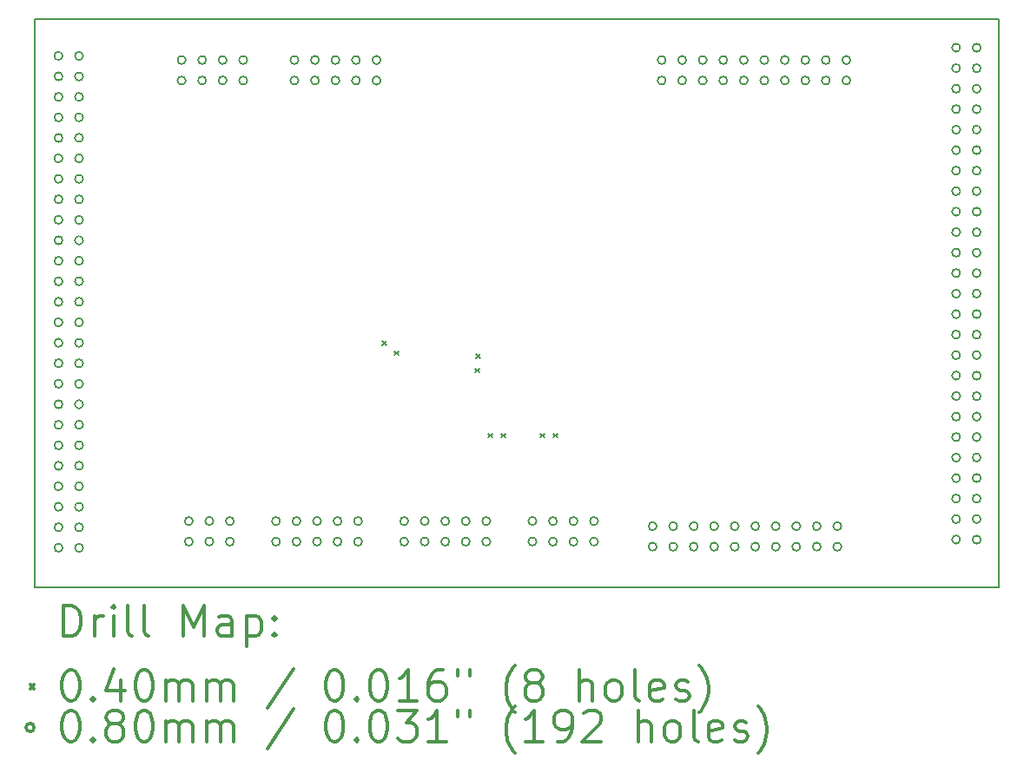
<source format=gbr>
%FSLAX45Y45*%
G04 Gerber Fmt 4.5, Leading zero omitted, Abs format (unit mm)*
G04 Created by KiCad (PCBNEW (5.1.2)-1) date 2019-06-05 20:45:45*
%MOMM*%
%LPD*%
G04 APERTURE LIST*
%ADD10C,0.150000*%
%ADD11C,0.200000*%
%ADD12C,0.300000*%
G04 APERTURE END LIST*
D10*
X18500000Y-6800000D02*
X9100000Y-6800000D01*
X18500000Y-12350000D02*
X18500000Y-6800000D01*
X9100000Y-12350000D02*
X18500000Y-12350000D01*
X9100000Y-6800000D02*
X9100000Y-12350000D01*
D11*
X12487000Y-9940000D02*
X12527000Y-9980000D01*
X12527000Y-9940000D02*
X12487000Y-9980000D01*
X12603000Y-10040000D02*
X12643000Y-10080000D01*
X12643000Y-10040000D02*
X12603000Y-10080000D01*
X13390000Y-10209000D02*
X13430000Y-10249000D01*
X13430000Y-10209000D02*
X13390000Y-10249000D01*
X13401398Y-10070602D02*
X13441398Y-10110602D01*
X13441398Y-10070602D02*
X13401398Y-10110602D01*
X13517000Y-10844000D02*
X13557000Y-10884000D01*
X13557000Y-10844000D02*
X13517000Y-10884000D01*
X13644000Y-10844000D02*
X13684000Y-10884000D01*
X13684000Y-10844000D02*
X13644000Y-10884000D01*
X14025000Y-10844000D02*
X14065000Y-10884000D01*
X14065000Y-10844000D02*
X14025000Y-10884000D01*
X14152000Y-10844000D02*
X14192000Y-10884000D01*
X14192000Y-10844000D02*
X14152000Y-10884000D01*
X9370000Y-7160000D02*
G75*
G03X9370000Y-7160000I-40000J0D01*
G01*
X9370000Y-7360000D02*
G75*
G03X9370000Y-7360000I-40000J0D01*
G01*
X9370000Y-7560000D02*
G75*
G03X9370000Y-7560000I-40000J0D01*
G01*
X9370000Y-7760000D02*
G75*
G03X9370000Y-7760000I-40000J0D01*
G01*
X9370000Y-7960000D02*
G75*
G03X9370000Y-7960000I-40000J0D01*
G01*
X9370000Y-8160000D02*
G75*
G03X9370000Y-8160000I-40000J0D01*
G01*
X9370000Y-8360000D02*
G75*
G03X9370000Y-8360000I-40000J0D01*
G01*
X9370000Y-8560000D02*
G75*
G03X9370000Y-8560000I-40000J0D01*
G01*
X9370000Y-8760000D02*
G75*
G03X9370000Y-8760000I-40000J0D01*
G01*
X9370000Y-8960000D02*
G75*
G03X9370000Y-8960000I-40000J0D01*
G01*
X9370000Y-9160000D02*
G75*
G03X9370000Y-9160000I-40000J0D01*
G01*
X9370000Y-9360000D02*
G75*
G03X9370000Y-9360000I-40000J0D01*
G01*
X9370000Y-9560000D02*
G75*
G03X9370000Y-9560000I-40000J0D01*
G01*
X9370000Y-9760000D02*
G75*
G03X9370000Y-9760000I-40000J0D01*
G01*
X9370000Y-9960000D02*
G75*
G03X9370000Y-9960000I-40000J0D01*
G01*
X9370000Y-10160000D02*
G75*
G03X9370000Y-10160000I-40000J0D01*
G01*
X9370000Y-10360000D02*
G75*
G03X9370000Y-10360000I-40000J0D01*
G01*
X9370000Y-10560000D02*
G75*
G03X9370000Y-10560000I-40000J0D01*
G01*
X9370000Y-10760000D02*
G75*
G03X9370000Y-10760000I-40000J0D01*
G01*
X9370000Y-10960000D02*
G75*
G03X9370000Y-10960000I-40000J0D01*
G01*
X9370000Y-11160000D02*
G75*
G03X9370000Y-11160000I-40000J0D01*
G01*
X9370000Y-11360000D02*
G75*
G03X9370000Y-11360000I-40000J0D01*
G01*
X9370000Y-11560000D02*
G75*
G03X9370000Y-11560000I-40000J0D01*
G01*
X9370000Y-11760000D02*
G75*
G03X9370000Y-11760000I-40000J0D01*
G01*
X9370000Y-11960000D02*
G75*
G03X9370000Y-11960000I-40000J0D01*
G01*
X9570000Y-7160000D02*
G75*
G03X9570000Y-7160000I-40000J0D01*
G01*
X9570000Y-7360000D02*
G75*
G03X9570000Y-7360000I-40000J0D01*
G01*
X9570000Y-7560000D02*
G75*
G03X9570000Y-7560000I-40000J0D01*
G01*
X9570000Y-7760000D02*
G75*
G03X9570000Y-7760000I-40000J0D01*
G01*
X9570000Y-7960000D02*
G75*
G03X9570000Y-7960000I-40000J0D01*
G01*
X9570000Y-8160000D02*
G75*
G03X9570000Y-8160000I-40000J0D01*
G01*
X9570000Y-8360000D02*
G75*
G03X9570000Y-8360000I-40000J0D01*
G01*
X9570000Y-8560000D02*
G75*
G03X9570000Y-8560000I-40000J0D01*
G01*
X9570000Y-8760000D02*
G75*
G03X9570000Y-8760000I-40000J0D01*
G01*
X9570000Y-8960000D02*
G75*
G03X9570000Y-8960000I-40000J0D01*
G01*
X9570000Y-9160000D02*
G75*
G03X9570000Y-9160000I-40000J0D01*
G01*
X9570000Y-9360000D02*
G75*
G03X9570000Y-9360000I-40000J0D01*
G01*
X9570000Y-9560000D02*
G75*
G03X9570000Y-9560000I-40000J0D01*
G01*
X9570000Y-9760000D02*
G75*
G03X9570000Y-9760000I-40000J0D01*
G01*
X9570000Y-9960000D02*
G75*
G03X9570000Y-9960000I-40000J0D01*
G01*
X9570000Y-10160000D02*
G75*
G03X9570000Y-10160000I-40000J0D01*
G01*
X9570000Y-10360000D02*
G75*
G03X9570000Y-10360000I-40000J0D01*
G01*
X9570000Y-10560000D02*
G75*
G03X9570000Y-10560000I-40000J0D01*
G01*
X9570000Y-10760000D02*
G75*
G03X9570000Y-10760000I-40000J0D01*
G01*
X9570000Y-10960000D02*
G75*
G03X9570000Y-10960000I-40000J0D01*
G01*
X9570000Y-11160000D02*
G75*
G03X9570000Y-11160000I-40000J0D01*
G01*
X9570000Y-11360000D02*
G75*
G03X9570000Y-11360000I-40000J0D01*
G01*
X9570000Y-11560000D02*
G75*
G03X9570000Y-11560000I-40000J0D01*
G01*
X9570000Y-11760000D02*
G75*
G03X9570000Y-11760000I-40000J0D01*
G01*
X9570000Y-11960000D02*
G75*
G03X9570000Y-11960000I-40000J0D01*
G01*
X10640000Y-11700000D02*
G75*
G03X10640000Y-11700000I-40000J0D01*
G01*
X10640000Y-11900000D02*
G75*
G03X10640000Y-11900000I-40000J0D01*
G01*
X10840000Y-11700000D02*
G75*
G03X10840000Y-11700000I-40000J0D01*
G01*
X10840000Y-11900000D02*
G75*
G03X10840000Y-11900000I-40000J0D01*
G01*
X11040000Y-11700000D02*
G75*
G03X11040000Y-11700000I-40000J0D01*
G01*
X11040000Y-11900000D02*
G75*
G03X11040000Y-11900000I-40000J0D01*
G01*
X13990000Y-11700000D02*
G75*
G03X13990000Y-11700000I-40000J0D01*
G01*
X13990000Y-11900000D02*
G75*
G03X13990000Y-11900000I-40000J0D01*
G01*
X14190000Y-11700000D02*
G75*
G03X14190000Y-11700000I-40000J0D01*
G01*
X14190000Y-11900000D02*
G75*
G03X14190000Y-11900000I-40000J0D01*
G01*
X14390000Y-11700000D02*
G75*
G03X14390000Y-11700000I-40000J0D01*
G01*
X14390000Y-11900000D02*
G75*
G03X14390000Y-11900000I-40000J0D01*
G01*
X14590000Y-11700000D02*
G75*
G03X14590000Y-11700000I-40000J0D01*
G01*
X14590000Y-11900000D02*
G75*
G03X14590000Y-11900000I-40000J0D01*
G01*
X15250000Y-7200000D02*
G75*
G03X15250000Y-7200000I-40000J0D01*
G01*
X15250000Y-7400000D02*
G75*
G03X15250000Y-7400000I-40000J0D01*
G01*
X15450000Y-7200000D02*
G75*
G03X15450000Y-7200000I-40000J0D01*
G01*
X15450000Y-7400000D02*
G75*
G03X15450000Y-7400000I-40000J0D01*
G01*
X15650000Y-7200000D02*
G75*
G03X15650000Y-7200000I-40000J0D01*
G01*
X15650000Y-7400000D02*
G75*
G03X15650000Y-7400000I-40000J0D01*
G01*
X15850000Y-7200000D02*
G75*
G03X15850000Y-7200000I-40000J0D01*
G01*
X15850000Y-7400000D02*
G75*
G03X15850000Y-7400000I-40000J0D01*
G01*
X16050000Y-7200000D02*
G75*
G03X16050000Y-7200000I-40000J0D01*
G01*
X16050000Y-7400000D02*
G75*
G03X16050000Y-7400000I-40000J0D01*
G01*
X16250000Y-7200000D02*
G75*
G03X16250000Y-7200000I-40000J0D01*
G01*
X16250000Y-7400000D02*
G75*
G03X16250000Y-7400000I-40000J0D01*
G01*
X16450000Y-7200000D02*
G75*
G03X16450000Y-7200000I-40000J0D01*
G01*
X16450000Y-7400000D02*
G75*
G03X16450000Y-7400000I-40000J0D01*
G01*
X16650000Y-7200000D02*
G75*
G03X16650000Y-7200000I-40000J0D01*
G01*
X16650000Y-7400000D02*
G75*
G03X16650000Y-7400000I-40000J0D01*
G01*
X16850000Y-7200000D02*
G75*
G03X16850000Y-7200000I-40000J0D01*
G01*
X16850000Y-7400000D02*
G75*
G03X16850000Y-7400000I-40000J0D01*
G01*
X17050000Y-7200000D02*
G75*
G03X17050000Y-7200000I-40000J0D01*
G01*
X17050000Y-7400000D02*
G75*
G03X17050000Y-7400000I-40000J0D01*
G01*
X11490000Y-11700000D02*
G75*
G03X11490000Y-11700000I-40000J0D01*
G01*
X11490000Y-11900000D02*
G75*
G03X11490000Y-11900000I-40000J0D01*
G01*
X11690000Y-11700000D02*
G75*
G03X11690000Y-11700000I-40000J0D01*
G01*
X11690000Y-11900000D02*
G75*
G03X11690000Y-11900000I-40000J0D01*
G01*
X11890000Y-11700000D02*
G75*
G03X11890000Y-11700000I-40000J0D01*
G01*
X11890000Y-11900000D02*
G75*
G03X11890000Y-11900000I-40000J0D01*
G01*
X12090000Y-11700000D02*
G75*
G03X12090000Y-11700000I-40000J0D01*
G01*
X12090000Y-11900000D02*
G75*
G03X12090000Y-11900000I-40000J0D01*
G01*
X12290000Y-11700000D02*
G75*
G03X12290000Y-11700000I-40000J0D01*
G01*
X12290000Y-11900000D02*
G75*
G03X12290000Y-11900000I-40000J0D01*
G01*
X15162004Y-11749408D02*
G75*
G03X15162004Y-11749408I-40000J0D01*
G01*
X15162004Y-11949408D02*
G75*
G03X15162004Y-11949408I-40000J0D01*
G01*
X15362004Y-11749408D02*
G75*
G03X15362004Y-11749408I-40000J0D01*
G01*
X15362004Y-11949408D02*
G75*
G03X15362004Y-11949408I-40000J0D01*
G01*
X15562004Y-11749408D02*
G75*
G03X15562004Y-11749408I-40000J0D01*
G01*
X15562004Y-11949408D02*
G75*
G03X15562004Y-11949408I-40000J0D01*
G01*
X15762004Y-11749408D02*
G75*
G03X15762004Y-11749408I-40000J0D01*
G01*
X15762004Y-11949408D02*
G75*
G03X15762004Y-11949408I-40000J0D01*
G01*
X15962004Y-11749408D02*
G75*
G03X15962004Y-11749408I-40000J0D01*
G01*
X15962004Y-11949408D02*
G75*
G03X15962004Y-11949408I-40000J0D01*
G01*
X16162004Y-11749408D02*
G75*
G03X16162004Y-11749408I-40000J0D01*
G01*
X16162004Y-11949408D02*
G75*
G03X16162004Y-11949408I-40000J0D01*
G01*
X16362004Y-11749408D02*
G75*
G03X16362004Y-11749408I-40000J0D01*
G01*
X16362004Y-11949408D02*
G75*
G03X16362004Y-11949408I-40000J0D01*
G01*
X16562004Y-11749408D02*
G75*
G03X16562004Y-11749408I-40000J0D01*
G01*
X16562004Y-11949408D02*
G75*
G03X16562004Y-11949408I-40000J0D01*
G01*
X16762004Y-11749408D02*
G75*
G03X16762004Y-11749408I-40000J0D01*
G01*
X16762004Y-11949408D02*
G75*
G03X16762004Y-11949408I-40000J0D01*
G01*
X16962004Y-11749408D02*
G75*
G03X16962004Y-11749408I-40000J0D01*
G01*
X16962004Y-11949408D02*
G75*
G03X16962004Y-11949408I-40000J0D01*
G01*
X10570000Y-7200000D02*
G75*
G03X10570000Y-7200000I-40000J0D01*
G01*
X10570000Y-7400000D02*
G75*
G03X10570000Y-7400000I-40000J0D01*
G01*
X10770000Y-7200000D02*
G75*
G03X10770000Y-7200000I-40000J0D01*
G01*
X10770000Y-7400000D02*
G75*
G03X10770000Y-7400000I-40000J0D01*
G01*
X10970000Y-7200000D02*
G75*
G03X10970000Y-7200000I-40000J0D01*
G01*
X10970000Y-7400000D02*
G75*
G03X10970000Y-7400000I-40000J0D01*
G01*
X11170000Y-7200000D02*
G75*
G03X11170000Y-7200000I-40000J0D01*
G01*
X11170000Y-7400000D02*
G75*
G03X11170000Y-7400000I-40000J0D01*
G01*
X11670000Y-7200000D02*
G75*
G03X11670000Y-7200000I-40000J0D01*
G01*
X11670000Y-7400000D02*
G75*
G03X11670000Y-7400000I-40000J0D01*
G01*
X11870000Y-7200000D02*
G75*
G03X11870000Y-7200000I-40000J0D01*
G01*
X11870000Y-7400000D02*
G75*
G03X11870000Y-7400000I-40000J0D01*
G01*
X12070000Y-7200000D02*
G75*
G03X12070000Y-7200000I-40000J0D01*
G01*
X12070000Y-7400000D02*
G75*
G03X12070000Y-7400000I-40000J0D01*
G01*
X12270000Y-7200000D02*
G75*
G03X12270000Y-7200000I-40000J0D01*
G01*
X12270000Y-7400000D02*
G75*
G03X12270000Y-7400000I-40000J0D01*
G01*
X12470000Y-7200000D02*
G75*
G03X12470000Y-7200000I-40000J0D01*
G01*
X12470000Y-7400000D02*
G75*
G03X12470000Y-7400000I-40000J0D01*
G01*
X12740000Y-11700000D02*
G75*
G03X12740000Y-11700000I-40000J0D01*
G01*
X12740000Y-11900000D02*
G75*
G03X12740000Y-11900000I-40000J0D01*
G01*
X12940000Y-11700000D02*
G75*
G03X12940000Y-11700000I-40000J0D01*
G01*
X12940000Y-11900000D02*
G75*
G03X12940000Y-11900000I-40000J0D01*
G01*
X13140000Y-11700000D02*
G75*
G03X13140000Y-11700000I-40000J0D01*
G01*
X13140000Y-11900000D02*
G75*
G03X13140000Y-11900000I-40000J0D01*
G01*
X13340000Y-11700000D02*
G75*
G03X13340000Y-11700000I-40000J0D01*
G01*
X13340000Y-11900000D02*
G75*
G03X13340000Y-11900000I-40000J0D01*
G01*
X13540000Y-11700000D02*
G75*
G03X13540000Y-11700000I-40000J0D01*
G01*
X13540000Y-11900000D02*
G75*
G03X13540000Y-11900000I-40000J0D01*
G01*
X18120000Y-7080000D02*
G75*
G03X18120000Y-7080000I-40000J0D01*
G01*
X18120000Y-7280000D02*
G75*
G03X18120000Y-7280000I-40000J0D01*
G01*
X18120000Y-7480000D02*
G75*
G03X18120000Y-7480000I-40000J0D01*
G01*
X18120000Y-7680000D02*
G75*
G03X18120000Y-7680000I-40000J0D01*
G01*
X18120000Y-7880000D02*
G75*
G03X18120000Y-7880000I-40000J0D01*
G01*
X18120000Y-8080000D02*
G75*
G03X18120000Y-8080000I-40000J0D01*
G01*
X18120000Y-8280000D02*
G75*
G03X18120000Y-8280000I-40000J0D01*
G01*
X18120000Y-8480000D02*
G75*
G03X18120000Y-8480000I-40000J0D01*
G01*
X18120000Y-8680000D02*
G75*
G03X18120000Y-8680000I-40000J0D01*
G01*
X18120000Y-8880000D02*
G75*
G03X18120000Y-8880000I-40000J0D01*
G01*
X18120000Y-9080000D02*
G75*
G03X18120000Y-9080000I-40000J0D01*
G01*
X18120000Y-9280000D02*
G75*
G03X18120000Y-9280000I-40000J0D01*
G01*
X18120000Y-9480000D02*
G75*
G03X18120000Y-9480000I-40000J0D01*
G01*
X18120000Y-9680000D02*
G75*
G03X18120000Y-9680000I-40000J0D01*
G01*
X18120000Y-9880000D02*
G75*
G03X18120000Y-9880000I-40000J0D01*
G01*
X18120000Y-10080000D02*
G75*
G03X18120000Y-10080000I-40000J0D01*
G01*
X18120000Y-10280000D02*
G75*
G03X18120000Y-10280000I-40000J0D01*
G01*
X18120000Y-10480000D02*
G75*
G03X18120000Y-10480000I-40000J0D01*
G01*
X18120000Y-10680000D02*
G75*
G03X18120000Y-10680000I-40000J0D01*
G01*
X18120000Y-10880000D02*
G75*
G03X18120000Y-10880000I-40000J0D01*
G01*
X18120000Y-11080000D02*
G75*
G03X18120000Y-11080000I-40000J0D01*
G01*
X18120000Y-11280000D02*
G75*
G03X18120000Y-11280000I-40000J0D01*
G01*
X18120000Y-11480000D02*
G75*
G03X18120000Y-11480000I-40000J0D01*
G01*
X18120000Y-11680000D02*
G75*
G03X18120000Y-11680000I-40000J0D01*
G01*
X18120000Y-11880000D02*
G75*
G03X18120000Y-11880000I-40000J0D01*
G01*
X18320000Y-7080000D02*
G75*
G03X18320000Y-7080000I-40000J0D01*
G01*
X18320000Y-7280000D02*
G75*
G03X18320000Y-7280000I-40000J0D01*
G01*
X18320000Y-7480000D02*
G75*
G03X18320000Y-7480000I-40000J0D01*
G01*
X18320000Y-7680000D02*
G75*
G03X18320000Y-7680000I-40000J0D01*
G01*
X18320000Y-7880000D02*
G75*
G03X18320000Y-7880000I-40000J0D01*
G01*
X18320000Y-8080000D02*
G75*
G03X18320000Y-8080000I-40000J0D01*
G01*
X18320000Y-8280000D02*
G75*
G03X18320000Y-8280000I-40000J0D01*
G01*
X18320000Y-8480000D02*
G75*
G03X18320000Y-8480000I-40000J0D01*
G01*
X18320000Y-8680000D02*
G75*
G03X18320000Y-8680000I-40000J0D01*
G01*
X18320000Y-8880000D02*
G75*
G03X18320000Y-8880000I-40000J0D01*
G01*
X18320000Y-9080000D02*
G75*
G03X18320000Y-9080000I-40000J0D01*
G01*
X18320000Y-9280000D02*
G75*
G03X18320000Y-9280000I-40000J0D01*
G01*
X18320000Y-9480000D02*
G75*
G03X18320000Y-9480000I-40000J0D01*
G01*
X18320000Y-9680000D02*
G75*
G03X18320000Y-9680000I-40000J0D01*
G01*
X18320000Y-9880000D02*
G75*
G03X18320000Y-9880000I-40000J0D01*
G01*
X18320000Y-10080000D02*
G75*
G03X18320000Y-10080000I-40000J0D01*
G01*
X18320000Y-10280000D02*
G75*
G03X18320000Y-10280000I-40000J0D01*
G01*
X18320000Y-10480000D02*
G75*
G03X18320000Y-10480000I-40000J0D01*
G01*
X18320000Y-10680000D02*
G75*
G03X18320000Y-10680000I-40000J0D01*
G01*
X18320000Y-10880000D02*
G75*
G03X18320000Y-10880000I-40000J0D01*
G01*
X18320000Y-11080000D02*
G75*
G03X18320000Y-11080000I-40000J0D01*
G01*
X18320000Y-11280000D02*
G75*
G03X18320000Y-11280000I-40000J0D01*
G01*
X18320000Y-11480000D02*
G75*
G03X18320000Y-11480000I-40000J0D01*
G01*
X18320000Y-11680000D02*
G75*
G03X18320000Y-11680000I-40000J0D01*
G01*
X18320000Y-11880000D02*
G75*
G03X18320000Y-11880000I-40000J0D01*
G01*
D12*
X9378928Y-12823214D02*
X9378928Y-12523214D01*
X9450357Y-12523214D01*
X9493214Y-12537500D01*
X9521786Y-12566071D01*
X9536071Y-12594643D01*
X9550357Y-12651786D01*
X9550357Y-12694643D01*
X9536071Y-12751786D01*
X9521786Y-12780357D01*
X9493214Y-12808929D01*
X9450357Y-12823214D01*
X9378928Y-12823214D01*
X9678928Y-12823214D02*
X9678928Y-12623214D01*
X9678928Y-12680357D02*
X9693214Y-12651786D01*
X9707500Y-12637500D01*
X9736071Y-12623214D01*
X9764643Y-12623214D01*
X9864643Y-12823214D02*
X9864643Y-12623214D01*
X9864643Y-12523214D02*
X9850357Y-12537500D01*
X9864643Y-12551786D01*
X9878928Y-12537500D01*
X9864643Y-12523214D01*
X9864643Y-12551786D01*
X10050357Y-12823214D02*
X10021786Y-12808929D01*
X10007500Y-12780357D01*
X10007500Y-12523214D01*
X10207500Y-12823214D02*
X10178928Y-12808929D01*
X10164643Y-12780357D01*
X10164643Y-12523214D01*
X10550357Y-12823214D02*
X10550357Y-12523214D01*
X10650357Y-12737500D01*
X10750357Y-12523214D01*
X10750357Y-12823214D01*
X11021786Y-12823214D02*
X11021786Y-12666071D01*
X11007500Y-12637500D01*
X10978928Y-12623214D01*
X10921786Y-12623214D01*
X10893214Y-12637500D01*
X11021786Y-12808929D02*
X10993214Y-12823214D01*
X10921786Y-12823214D01*
X10893214Y-12808929D01*
X10878928Y-12780357D01*
X10878928Y-12751786D01*
X10893214Y-12723214D01*
X10921786Y-12708929D01*
X10993214Y-12708929D01*
X11021786Y-12694643D01*
X11164643Y-12623214D02*
X11164643Y-12923214D01*
X11164643Y-12637500D02*
X11193214Y-12623214D01*
X11250357Y-12623214D01*
X11278928Y-12637500D01*
X11293214Y-12651786D01*
X11307500Y-12680357D01*
X11307500Y-12766071D01*
X11293214Y-12794643D01*
X11278928Y-12808929D01*
X11250357Y-12823214D01*
X11193214Y-12823214D01*
X11164643Y-12808929D01*
X11436071Y-12794643D02*
X11450357Y-12808929D01*
X11436071Y-12823214D01*
X11421786Y-12808929D01*
X11436071Y-12794643D01*
X11436071Y-12823214D01*
X11436071Y-12637500D02*
X11450357Y-12651786D01*
X11436071Y-12666071D01*
X11421786Y-12651786D01*
X11436071Y-12637500D01*
X11436071Y-12666071D01*
X9052500Y-13297500D02*
X9092500Y-13337500D01*
X9092500Y-13297500D02*
X9052500Y-13337500D01*
X9436071Y-13153214D02*
X9464643Y-13153214D01*
X9493214Y-13167500D01*
X9507500Y-13181786D01*
X9521786Y-13210357D01*
X9536071Y-13267500D01*
X9536071Y-13338929D01*
X9521786Y-13396071D01*
X9507500Y-13424643D01*
X9493214Y-13438929D01*
X9464643Y-13453214D01*
X9436071Y-13453214D01*
X9407500Y-13438929D01*
X9393214Y-13424643D01*
X9378928Y-13396071D01*
X9364643Y-13338929D01*
X9364643Y-13267500D01*
X9378928Y-13210357D01*
X9393214Y-13181786D01*
X9407500Y-13167500D01*
X9436071Y-13153214D01*
X9664643Y-13424643D02*
X9678928Y-13438929D01*
X9664643Y-13453214D01*
X9650357Y-13438929D01*
X9664643Y-13424643D01*
X9664643Y-13453214D01*
X9936071Y-13253214D02*
X9936071Y-13453214D01*
X9864643Y-13138929D02*
X9793214Y-13353214D01*
X9978928Y-13353214D01*
X10150357Y-13153214D02*
X10178928Y-13153214D01*
X10207500Y-13167500D01*
X10221786Y-13181786D01*
X10236071Y-13210357D01*
X10250357Y-13267500D01*
X10250357Y-13338929D01*
X10236071Y-13396071D01*
X10221786Y-13424643D01*
X10207500Y-13438929D01*
X10178928Y-13453214D01*
X10150357Y-13453214D01*
X10121786Y-13438929D01*
X10107500Y-13424643D01*
X10093214Y-13396071D01*
X10078928Y-13338929D01*
X10078928Y-13267500D01*
X10093214Y-13210357D01*
X10107500Y-13181786D01*
X10121786Y-13167500D01*
X10150357Y-13153214D01*
X10378928Y-13453214D02*
X10378928Y-13253214D01*
X10378928Y-13281786D02*
X10393214Y-13267500D01*
X10421786Y-13253214D01*
X10464643Y-13253214D01*
X10493214Y-13267500D01*
X10507500Y-13296071D01*
X10507500Y-13453214D01*
X10507500Y-13296071D02*
X10521786Y-13267500D01*
X10550357Y-13253214D01*
X10593214Y-13253214D01*
X10621786Y-13267500D01*
X10636071Y-13296071D01*
X10636071Y-13453214D01*
X10778928Y-13453214D02*
X10778928Y-13253214D01*
X10778928Y-13281786D02*
X10793214Y-13267500D01*
X10821786Y-13253214D01*
X10864643Y-13253214D01*
X10893214Y-13267500D01*
X10907500Y-13296071D01*
X10907500Y-13453214D01*
X10907500Y-13296071D02*
X10921786Y-13267500D01*
X10950357Y-13253214D01*
X10993214Y-13253214D01*
X11021786Y-13267500D01*
X11036071Y-13296071D01*
X11036071Y-13453214D01*
X11621786Y-13138929D02*
X11364643Y-13524643D01*
X12007500Y-13153214D02*
X12036071Y-13153214D01*
X12064643Y-13167500D01*
X12078928Y-13181786D01*
X12093214Y-13210357D01*
X12107500Y-13267500D01*
X12107500Y-13338929D01*
X12093214Y-13396071D01*
X12078928Y-13424643D01*
X12064643Y-13438929D01*
X12036071Y-13453214D01*
X12007500Y-13453214D01*
X11978928Y-13438929D01*
X11964643Y-13424643D01*
X11950357Y-13396071D01*
X11936071Y-13338929D01*
X11936071Y-13267500D01*
X11950357Y-13210357D01*
X11964643Y-13181786D01*
X11978928Y-13167500D01*
X12007500Y-13153214D01*
X12236071Y-13424643D02*
X12250357Y-13438929D01*
X12236071Y-13453214D01*
X12221786Y-13438929D01*
X12236071Y-13424643D01*
X12236071Y-13453214D01*
X12436071Y-13153214D02*
X12464643Y-13153214D01*
X12493214Y-13167500D01*
X12507500Y-13181786D01*
X12521786Y-13210357D01*
X12536071Y-13267500D01*
X12536071Y-13338929D01*
X12521786Y-13396071D01*
X12507500Y-13424643D01*
X12493214Y-13438929D01*
X12464643Y-13453214D01*
X12436071Y-13453214D01*
X12407500Y-13438929D01*
X12393214Y-13424643D01*
X12378928Y-13396071D01*
X12364643Y-13338929D01*
X12364643Y-13267500D01*
X12378928Y-13210357D01*
X12393214Y-13181786D01*
X12407500Y-13167500D01*
X12436071Y-13153214D01*
X12821786Y-13453214D02*
X12650357Y-13453214D01*
X12736071Y-13453214D02*
X12736071Y-13153214D01*
X12707500Y-13196071D01*
X12678928Y-13224643D01*
X12650357Y-13238929D01*
X13078928Y-13153214D02*
X13021786Y-13153214D01*
X12993214Y-13167500D01*
X12978928Y-13181786D01*
X12950357Y-13224643D01*
X12936071Y-13281786D01*
X12936071Y-13396071D01*
X12950357Y-13424643D01*
X12964643Y-13438929D01*
X12993214Y-13453214D01*
X13050357Y-13453214D01*
X13078928Y-13438929D01*
X13093214Y-13424643D01*
X13107500Y-13396071D01*
X13107500Y-13324643D01*
X13093214Y-13296071D01*
X13078928Y-13281786D01*
X13050357Y-13267500D01*
X12993214Y-13267500D01*
X12964643Y-13281786D01*
X12950357Y-13296071D01*
X12936071Y-13324643D01*
X13221786Y-13153214D02*
X13221786Y-13210357D01*
X13336071Y-13153214D02*
X13336071Y-13210357D01*
X13778928Y-13567500D02*
X13764643Y-13553214D01*
X13736071Y-13510357D01*
X13721786Y-13481786D01*
X13707500Y-13438929D01*
X13693214Y-13367500D01*
X13693214Y-13310357D01*
X13707500Y-13238929D01*
X13721786Y-13196071D01*
X13736071Y-13167500D01*
X13764643Y-13124643D01*
X13778928Y-13110357D01*
X13936071Y-13281786D02*
X13907500Y-13267500D01*
X13893214Y-13253214D01*
X13878928Y-13224643D01*
X13878928Y-13210357D01*
X13893214Y-13181786D01*
X13907500Y-13167500D01*
X13936071Y-13153214D01*
X13993214Y-13153214D01*
X14021786Y-13167500D01*
X14036071Y-13181786D01*
X14050357Y-13210357D01*
X14050357Y-13224643D01*
X14036071Y-13253214D01*
X14021786Y-13267500D01*
X13993214Y-13281786D01*
X13936071Y-13281786D01*
X13907500Y-13296071D01*
X13893214Y-13310357D01*
X13878928Y-13338929D01*
X13878928Y-13396071D01*
X13893214Y-13424643D01*
X13907500Y-13438929D01*
X13936071Y-13453214D01*
X13993214Y-13453214D01*
X14021786Y-13438929D01*
X14036071Y-13424643D01*
X14050357Y-13396071D01*
X14050357Y-13338929D01*
X14036071Y-13310357D01*
X14021786Y-13296071D01*
X13993214Y-13281786D01*
X14407500Y-13453214D02*
X14407500Y-13153214D01*
X14536071Y-13453214D02*
X14536071Y-13296071D01*
X14521786Y-13267500D01*
X14493214Y-13253214D01*
X14450357Y-13253214D01*
X14421786Y-13267500D01*
X14407500Y-13281786D01*
X14721786Y-13453214D02*
X14693214Y-13438929D01*
X14678928Y-13424643D01*
X14664643Y-13396071D01*
X14664643Y-13310357D01*
X14678928Y-13281786D01*
X14693214Y-13267500D01*
X14721786Y-13253214D01*
X14764643Y-13253214D01*
X14793214Y-13267500D01*
X14807500Y-13281786D01*
X14821786Y-13310357D01*
X14821786Y-13396071D01*
X14807500Y-13424643D01*
X14793214Y-13438929D01*
X14764643Y-13453214D01*
X14721786Y-13453214D01*
X14993214Y-13453214D02*
X14964643Y-13438929D01*
X14950357Y-13410357D01*
X14950357Y-13153214D01*
X15221786Y-13438929D02*
X15193214Y-13453214D01*
X15136071Y-13453214D01*
X15107500Y-13438929D01*
X15093214Y-13410357D01*
X15093214Y-13296071D01*
X15107500Y-13267500D01*
X15136071Y-13253214D01*
X15193214Y-13253214D01*
X15221786Y-13267500D01*
X15236071Y-13296071D01*
X15236071Y-13324643D01*
X15093214Y-13353214D01*
X15350357Y-13438929D02*
X15378928Y-13453214D01*
X15436071Y-13453214D01*
X15464643Y-13438929D01*
X15478928Y-13410357D01*
X15478928Y-13396071D01*
X15464643Y-13367500D01*
X15436071Y-13353214D01*
X15393214Y-13353214D01*
X15364643Y-13338929D01*
X15350357Y-13310357D01*
X15350357Y-13296071D01*
X15364643Y-13267500D01*
X15393214Y-13253214D01*
X15436071Y-13253214D01*
X15464643Y-13267500D01*
X15578928Y-13567500D02*
X15593214Y-13553214D01*
X15621786Y-13510357D01*
X15636071Y-13481786D01*
X15650357Y-13438929D01*
X15664643Y-13367500D01*
X15664643Y-13310357D01*
X15650357Y-13238929D01*
X15636071Y-13196071D01*
X15621786Y-13167500D01*
X15593214Y-13124643D01*
X15578928Y-13110357D01*
X9092500Y-13713500D02*
G75*
G03X9092500Y-13713500I-40000J0D01*
G01*
X9436071Y-13549214D02*
X9464643Y-13549214D01*
X9493214Y-13563500D01*
X9507500Y-13577786D01*
X9521786Y-13606357D01*
X9536071Y-13663500D01*
X9536071Y-13734929D01*
X9521786Y-13792071D01*
X9507500Y-13820643D01*
X9493214Y-13834929D01*
X9464643Y-13849214D01*
X9436071Y-13849214D01*
X9407500Y-13834929D01*
X9393214Y-13820643D01*
X9378928Y-13792071D01*
X9364643Y-13734929D01*
X9364643Y-13663500D01*
X9378928Y-13606357D01*
X9393214Y-13577786D01*
X9407500Y-13563500D01*
X9436071Y-13549214D01*
X9664643Y-13820643D02*
X9678928Y-13834929D01*
X9664643Y-13849214D01*
X9650357Y-13834929D01*
X9664643Y-13820643D01*
X9664643Y-13849214D01*
X9850357Y-13677786D02*
X9821786Y-13663500D01*
X9807500Y-13649214D01*
X9793214Y-13620643D01*
X9793214Y-13606357D01*
X9807500Y-13577786D01*
X9821786Y-13563500D01*
X9850357Y-13549214D01*
X9907500Y-13549214D01*
X9936071Y-13563500D01*
X9950357Y-13577786D01*
X9964643Y-13606357D01*
X9964643Y-13620643D01*
X9950357Y-13649214D01*
X9936071Y-13663500D01*
X9907500Y-13677786D01*
X9850357Y-13677786D01*
X9821786Y-13692071D01*
X9807500Y-13706357D01*
X9793214Y-13734929D01*
X9793214Y-13792071D01*
X9807500Y-13820643D01*
X9821786Y-13834929D01*
X9850357Y-13849214D01*
X9907500Y-13849214D01*
X9936071Y-13834929D01*
X9950357Y-13820643D01*
X9964643Y-13792071D01*
X9964643Y-13734929D01*
X9950357Y-13706357D01*
X9936071Y-13692071D01*
X9907500Y-13677786D01*
X10150357Y-13549214D02*
X10178928Y-13549214D01*
X10207500Y-13563500D01*
X10221786Y-13577786D01*
X10236071Y-13606357D01*
X10250357Y-13663500D01*
X10250357Y-13734929D01*
X10236071Y-13792071D01*
X10221786Y-13820643D01*
X10207500Y-13834929D01*
X10178928Y-13849214D01*
X10150357Y-13849214D01*
X10121786Y-13834929D01*
X10107500Y-13820643D01*
X10093214Y-13792071D01*
X10078928Y-13734929D01*
X10078928Y-13663500D01*
X10093214Y-13606357D01*
X10107500Y-13577786D01*
X10121786Y-13563500D01*
X10150357Y-13549214D01*
X10378928Y-13849214D02*
X10378928Y-13649214D01*
X10378928Y-13677786D02*
X10393214Y-13663500D01*
X10421786Y-13649214D01*
X10464643Y-13649214D01*
X10493214Y-13663500D01*
X10507500Y-13692071D01*
X10507500Y-13849214D01*
X10507500Y-13692071D02*
X10521786Y-13663500D01*
X10550357Y-13649214D01*
X10593214Y-13649214D01*
X10621786Y-13663500D01*
X10636071Y-13692071D01*
X10636071Y-13849214D01*
X10778928Y-13849214D02*
X10778928Y-13649214D01*
X10778928Y-13677786D02*
X10793214Y-13663500D01*
X10821786Y-13649214D01*
X10864643Y-13649214D01*
X10893214Y-13663500D01*
X10907500Y-13692071D01*
X10907500Y-13849214D01*
X10907500Y-13692071D02*
X10921786Y-13663500D01*
X10950357Y-13649214D01*
X10993214Y-13649214D01*
X11021786Y-13663500D01*
X11036071Y-13692071D01*
X11036071Y-13849214D01*
X11621786Y-13534929D02*
X11364643Y-13920643D01*
X12007500Y-13549214D02*
X12036071Y-13549214D01*
X12064643Y-13563500D01*
X12078928Y-13577786D01*
X12093214Y-13606357D01*
X12107500Y-13663500D01*
X12107500Y-13734929D01*
X12093214Y-13792071D01*
X12078928Y-13820643D01*
X12064643Y-13834929D01*
X12036071Y-13849214D01*
X12007500Y-13849214D01*
X11978928Y-13834929D01*
X11964643Y-13820643D01*
X11950357Y-13792071D01*
X11936071Y-13734929D01*
X11936071Y-13663500D01*
X11950357Y-13606357D01*
X11964643Y-13577786D01*
X11978928Y-13563500D01*
X12007500Y-13549214D01*
X12236071Y-13820643D02*
X12250357Y-13834929D01*
X12236071Y-13849214D01*
X12221786Y-13834929D01*
X12236071Y-13820643D01*
X12236071Y-13849214D01*
X12436071Y-13549214D02*
X12464643Y-13549214D01*
X12493214Y-13563500D01*
X12507500Y-13577786D01*
X12521786Y-13606357D01*
X12536071Y-13663500D01*
X12536071Y-13734929D01*
X12521786Y-13792071D01*
X12507500Y-13820643D01*
X12493214Y-13834929D01*
X12464643Y-13849214D01*
X12436071Y-13849214D01*
X12407500Y-13834929D01*
X12393214Y-13820643D01*
X12378928Y-13792071D01*
X12364643Y-13734929D01*
X12364643Y-13663500D01*
X12378928Y-13606357D01*
X12393214Y-13577786D01*
X12407500Y-13563500D01*
X12436071Y-13549214D01*
X12636071Y-13549214D02*
X12821786Y-13549214D01*
X12721786Y-13663500D01*
X12764643Y-13663500D01*
X12793214Y-13677786D01*
X12807500Y-13692071D01*
X12821786Y-13720643D01*
X12821786Y-13792071D01*
X12807500Y-13820643D01*
X12793214Y-13834929D01*
X12764643Y-13849214D01*
X12678928Y-13849214D01*
X12650357Y-13834929D01*
X12636071Y-13820643D01*
X13107500Y-13849214D02*
X12936071Y-13849214D01*
X13021786Y-13849214D02*
X13021786Y-13549214D01*
X12993214Y-13592071D01*
X12964643Y-13620643D01*
X12936071Y-13634929D01*
X13221786Y-13549214D02*
X13221786Y-13606357D01*
X13336071Y-13549214D02*
X13336071Y-13606357D01*
X13778928Y-13963500D02*
X13764643Y-13949214D01*
X13736071Y-13906357D01*
X13721786Y-13877786D01*
X13707500Y-13834929D01*
X13693214Y-13763500D01*
X13693214Y-13706357D01*
X13707500Y-13634929D01*
X13721786Y-13592071D01*
X13736071Y-13563500D01*
X13764643Y-13520643D01*
X13778928Y-13506357D01*
X14050357Y-13849214D02*
X13878928Y-13849214D01*
X13964643Y-13849214D02*
X13964643Y-13549214D01*
X13936071Y-13592071D01*
X13907500Y-13620643D01*
X13878928Y-13634929D01*
X14193214Y-13849214D02*
X14250357Y-13849214D01*
X14278928Y-13834929D01*
X14293214Y-13820643D01*
X14321786Y-13777786D01*
X14336071Y-13720643D01*
X14336071Y-13606357D01*
X14321786Y-13577786D01*
X14307500Y-13563500D01*
X14278928Y-13549214D01*
X14221786Y-13549214D01*
X14193214Y-13563500D01*
X14178928Y-13577786D01*
X14164643Y-13606357D01*
X14164643Y-13677786D01*
X14178928Y-13706357D01*
X14193214Y-13720643D01*
X14221786Y-13734929D01*
X14278928Y-13734929D01*
X14307500Y-13720643D01*
X14321786Y-13706357D01*
X14336071Y-13677786D01*
X14450357Y-13577786D02*
X14464643Y-13563500D01*
X14493214Y-13549214D01*
X14564643Y-13549214D01*
X14593214Y-13563500D01*
X14607500Y-13577786D01*
X14621786Y-13606357D01*
X14621786Y-13634929D01*
X14607500Y-13677786D01*
X14436071Y-13849214D01*
X14621786Y-13849214D01*
X14978928Y-13849214D02*
X14978928Y-13549214D01*
X15107500Y-13849214D02*
X15107500Y-13692071D01*
X15093214Y-13663500D01*
X15064643Y-13649214D01*
X15021786Y-13649214D01*
X14993214Y-13663500D01*
X14978928Y-13677786D01*
X15293214Y-13849214D02*
X15264643Y-13834929D01*
X15250357Y-13820643D01*
X15236071Y-13792071D01*
X15236071Y-13706357D01*
X15250357Y-13677786D01*
X15264643Y-13663500D01*
X15293214Y-13649214D01*
X15336071Y-13649214D01*
X15364643Y-13663500D01*
X15378928Y-13677786D01*
X15393214Y-13706357D01*
X15393214Y-13792071D01*
X15378928Y-13820643D01*
X15364643Y-13834929D01*
X15336071Y-13849214D01*
X15293214Y-13849214D01*
X15564643Y-13849214D02*
X15536071Y-13834929D01*
X15521786Y-13806357D01*
X15521786Y-13549214D01*
X15793214Y-13834929D02*
X15764643Y-13849214D01*
X15707500Y-13849214D01*
X15678928Y-13834929D01*
X15664643Y-13806357D01*
X15664643Y-13692071D01*
X15678928Y-13663500D01*
X15707500Y-13649214D01*
X15764643Y-13649214D01*
X15793214Y-13663500D01*
X15807500Y-13692071D01*
X15807500Y-13720643D01*
X15664643Y-13749214D01*
X15921786Y-13834929D02*
X15950357Y-13849214D01*
X16007500Y-13849214D01*
X16036071Y-13834929D01*
X16050357Y-13806357D01*
X16050357Y-13792071D01*
X16036071Y-13763500D01*
X16007500Y-13749214D01*
X15964643Y-13749214D01*
X15936071Y-13734929D01*
X15921786Y-13706357D01*
X15921786Y-13692071D01*
X15936071Y-13663500D01*
X15964643Y-13649214D01*
X16007500Y-13649214D01*
X16036071Y-13663500D01*
X16150357Y-13963500D02*
X16164643Y-13949214D01*
X16193214Y-13906357D01*
X16207500Y-13877786D01*
X16221786Y-13834929D01*
X16236071Y-13763500D01*
X16236071Y-13706357D01*
X16221786Y-13634929D01*
X16207500Y-13592071D01*
X16193214Y-13563500D01*
X16164643Y-13520643D01*
X16150357Y-13506357D01*
M02*

</source>
